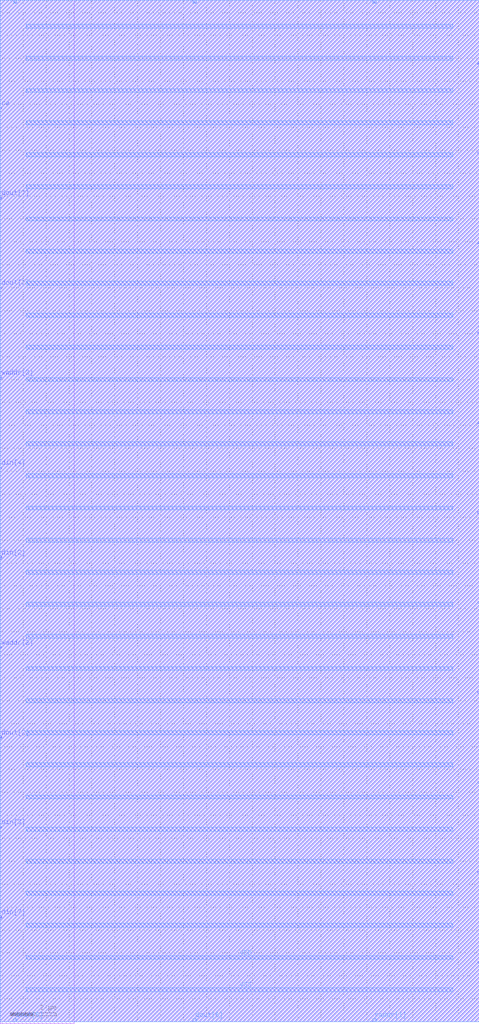
<source format=lef>
VERSION 5.8 ;
BUSBITCHARS "[]" ;
DIVIDERCHAR "/" ;
UNITS
    DATABASE MICRONS 2000 ;
END UNITS

MACRO spram_9x8
  FOREIGN spram_9x8 0 0 ;
  CLASS BLOCK ;
  SIZE 20.905 BY 44.54 ;
  PIN VSS
    USE GROUND ;
    DIRECTION INOUT ;
    PORT
      LAYER metal4 ;
        RECT  1.14 43.315 19.76 43.485 ;
        RECT  1.14 40.515 19.76 40.685 ;
        RECT  1.14 37.715 19.76 37.885 ;
        RECT  1.14 34.915 19.76 35.085 ;
        RECT  1.14 32.115 19.76 32.285 ;
        RECT  1.14 29.315 19.76 29.485 ;
        RECT  1.14 26.515 19.76 26.685 ;
        RECT  1.14 23.715 19.76 23.885 ;
        RECT  1.14 20.915 19.76 21.085 ;
        RECT  1.14 18.115 19.76 18.285 ;
        RECT  1.14 15.315 19.76 15.485 ;
        RECT  1.14 12.515 19.76 12.685 ;
        RECT  1.14 9.715 19.76 9.885 ;
        RECT  1.14 6.915 19.76 7.085 ;
        RECT  1.14 4.115 19.76 4.285 ;
        RECT  1.14 1.315 19.76 1.485 ;
    END
  END VSS
  PIN VDD
    USE POWER ;
    DIRECTION INOUT ;
    PORT
      LAYER metal4 ;
        RECT  1.14 41.915 19.76 42.085 ;
        RECT  1.14 39.115 19.76 39.285 ;
        RECT  1.14 36.315 19.76 36.485 ;
        RECT  1.14 33.515 19.76 33.685 ;
        RECT  1.14 30.715 19.76 30.885 ;
        RECT  1.14 27.915 19.76 28.085 ;
        RECT  1.14 25.115 19.76 25.285 ;
        RECT  1.14 22.315 19.76 22.485 ;
        RECT  1.14 19.515 19.76 19.685 ;
        RECT  1.14 16.715 19.76 16.885 ;
        RECT  1.14 13.915 19.76 14.085 ;
        RECT  1.14 11.115 19.76 11.285 ;
        RECT  1.14 8.315 19.76 8.485 ;
        RECT  1.14 5.515 19.76 5.685 ;
        RECT  1.14 2.715 19.76 2.885 ;
    END
  END VDD
  PIN clk
    DIRECTION INPUT ;
    USE SIGNAL ;
    PORT
      LAYER metal3 ;
        RECT  20.835 18.235 20.905 18.305 ;
    END
  END clk
  PIN din[0]
    DIRECTION INPUT ;
    USE SIGNAL ;
    PORT
      LAYER metal3 ;
        RECT  20.835 26.075 20.905 26.145 ;
    END
  END din[0]
  PIN din[1]
    DIRECTION INPUT ;
    USE SIGNAL ;
    PORT
      LAYER metal3 ;
        RECT  20.835 2.555 20.905 2.625 ;
    END
  END din[1]
  PIN din[2]
    DIRECTION INPUT ;
    USE SIGNAL ;
    PORT
      LAYER metal3 ;
        RECT  0 20.195 0.07 20.265 ;
    END
  END din[2]
  PIN din[3]
    DIRECTION INPUT ;
    USE SIGNAL ;
    PORT
      LAYER metal3 ;
        RECT  0 8.435 0.07 8.505 ;
    END
  END din[3]
  PIN din[4]
    DIRECTION INPUT ;
    USE SIGNAL ;
    PORT
      LAYER metal3 ;
        RECT  0 24.115 0.07 24.185 ;
    END
  END din[4]
  PIN din[5]
    DIRECTION INPUT ;
    USE SIGNAL ;
    PORT
      LAYER metal4 ;
        RECT  16.265 44.4 16.405 44.54 ;
    END
  END din[5]
  PIN din[6]
    DIRECTION INPUT ;
    USE SIGNAL ;
    PORT
      LAYER metal3 ;
        RECT  20.835 10.395 20.905 10.465 ;
    END
  END din[6]
  PIN din[7]
    DIRECTION INPUT ;
    USE SIGNAL ;
    PORT
      LAYER metal3 ;
        RECT  0 4.515 0.07 4.585 ;
    END
  END din[7]
  PIN dout[0]
    DIRECTION OUTPUT ;
    USE SIGNAL ;
    PORT
      LAYER metal4 ;
        RECT  8.425 44.4 8.565 44.54 ;
    END
  END dout[0]
  PIN dout[1]
    DIRECTION OUTPUT ;
    USE SIGNAL ;
    PORT
      LAYER metal3 ;
        RECT  20.835 41.755 20.905 41.825 ;
    END
  END dout[1]
  PIN dout[2]
    DIRECTION OUTPUT ;
    USE SIGNAL ;
    PORT
      LAYER metal3 ;
        RECT  0 12.355 0.07 12.425 ;
    END
  END dout[2]
  PIN dout[3]
    DIRECTION OUTPUT ;
    USE SIGNAL ;
    PORT
      LAYER metal3 ;
        RECT  0 31.955 0.07 32.025 ;
    END
  END dout[3]
  PIN dout[4]
    DIRECTION OUTPUT ;
    USE SIGNAL ;
    PORT
      LAYER metal3 ;
        RECT  20.835 14.315 20.905 14.385 ;
    END
  END dout[4]
  PIN dout[5]
    DIRECTION OUTPUT ;
    USE SIGNAL ;
    PORT
      LAYER metal4 ;
        RECT  0.585 0 0.725 0.14 ;
    END
  END dout[5]
  PIN dout[6]
    DIRECTION OUTPUT ;
    USE SIGNAL ;
    PORT
      LAYER metal4 ;
        RECT  8.425 0 8.565 0.14 ;
    END
  END dout[6]
  PIN dout[7]
    DIRECTION OUTPUT ;
    USE SIGNAL ;
    PORT
      LAYER metal3 ;
        RECT  0 35.875 0.07 35.945 ;
    END
  END dout[7]
  PIN raddr[0]
    DIRECTION INPUT ;
    USE SIGNAL ;
    PORT
      LAYER metal3 ;
        RECT  20.835 22.155 20.905 22.225 ;
    END
  END raddr[0]
  PIN raddr[1]
    DIRECTION INPUT ;
    USE SIGNAL ;
    PORT
      LAYER metal4 ;
        RECT  16.265 0 16.405 0.14 ;
    END
  END raddr[1]
  PIN raddr[2]
    DIRECTION INPUT ;
    USE SIGNAL ;
    PORT
      LAYER metal3 ;
        RECT  20.835 33.915 20.905 33.985 ;
    END
  END raddr[2]
  PIN raddr[3]
    DIRECTION INPUT ;
    USE SIGNAL ;
    PORT
      LAYER metal3 ;
        RECT  20.835 37.835 20.905 37.905 ;
    END
  END raddr[3]
  PIN re
    DIRECTION INPUT ;
    USE SIGNAL ;
    PORT
      LAYER metal3 ;
        RECT  0 39.795 0.07 39.865 ;
    END
  END re
  PIN waddr[0]
    DIRECTION INPUT ;
    USE SIGNAL ;
    PORT
      LAYER metal4 ;
        RECT  0.585 44.4 0.725 44.54 ;
    END
  END waddr[0]
  PIN waddr[1]
    DIRECTION INPUT ;
    USE SIGNAL ;
    PORT
      LAYER metal3 ;
        RECT  20.835 6.475 20.905 6.545 ;
    END
  END waddr[1]
  PIN waddr[2]
    DIRECTION INPUT ;
    USE SIGNAL ;
    PORT
      LAYER metal3 ;
        RECT  0 16.275 0.07 16.345 ;
    END
  END waddr[2]
  PIN waddr[3]
    DIRECTION INPUT ;
    USE SIGNAL ;
    PORT
      LAYER metal3 ;
        RECT  0 28.035 0.07 28.105 ;
    END
  END waddr[3]
  PIN we
    DIRECTION INPUT ;
    USE SIGNAL ;
    PORT
      LAYER metal3 ;
        RECT  20.835 29.995 20.905 30.065 ;
    END
  END we
  OBS
    LAYER metal1 ;
     RECT  0 -0.085 3.23 44.54 ;
     RECT  3.23 0 20.905 44.54 ;
    LAYER metal2 ;
     RECT  0 0 20.905 44.54 ;
    LAYER metal3 ;
     RECT  0 0 20.905 44.54 ;
    LAYER metal4 ;
     RECT  0 0 20.905 44.54 ;
  END
END spram_9x8
END LIBRARY

</source>
